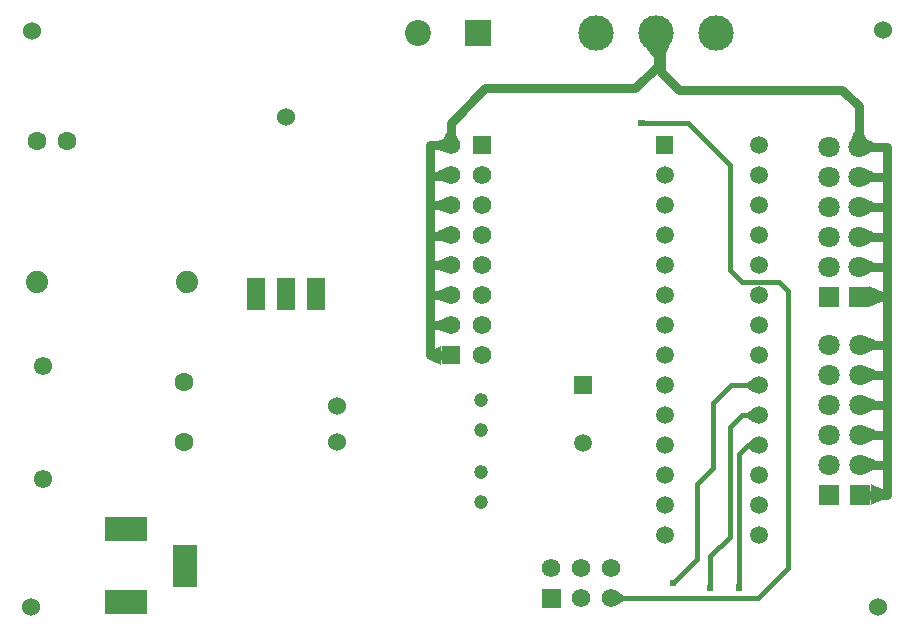
<source format=gbl>
G04 Layer: BottomLayer*
G04 EasyEDA v6.4.7, 2020-09-27T19:17:12+06:30*
G04 5f9934904fa34247908da0985e5d9101,0cefe5c53dde44a4b7081b089a27013d,10*
G04 Gerber Generator version 0.2*
G04 Scale: 100 percent, Rotated: No, Reflected: No *
G04 Dimensions in millimeters *
G04 leading zeros omitted , absolute positions ,3 integer and 3 decimal *
%FSLAX33Y33*%
%MOMM*%
G90*
D02*

%ADD10C,0.381000*%
%ADD13C,0.762000*%
%ADD15C,0.609600*%
%ADD17C,1.524000*%
%ADD18R,1.574800X1.574800*%
%ADD19C,1.574800*%
%ADD20C,1.799996*%
%ADD21R,1.799996X1.799996*%
%ADD22C,2.999994*%
%ADD23C,1.599997*%
%ADD24C,1.879600*%
%ADD25R,2.199996X2.199996*%
%ADD26C,2.199996*%
%ADD27R,3.657600X2.032000*%
%ADD28R,2.032000X3.657600*%
%ADD29R,1.516380X2.730500*%
%ADD30C,1.549400*%
%ADD31R,1.499997X1.499997*%
%ADD32C,1.499997*%
%ADD33C,1.193800*%

%LPD*%
G54D10*
G01X51308Y2921D02*
G01X63754Y2921D01*
G01X66294Y5461D01*
G01X66294Y28956D01*
G01X65532Y29718D01*
G01X62357Y29718D01*
G01X61341Y30734D01*
G01X61341Y39624D01*
G01X57785Y43180D01*
G01X53848Y43180D01*
G01X56515Y4191D02*
G01X58547Y6223D01*
G01X58547Y12573D01*
G01X59944Y13970D01*
G01X59944Y19431D01*
G01X61468Y20955D01*
G01X63816Y20955D01*
G01X62103Y3810D02*
G01X62103Y15113D01*
G01X62865Y15875D01*
G01X63816Y15875D01*
G01X59690Y3810D02*
G01X59690Y6477D01*
G01X61341Y8128D01*
G01X61341Y17399D01*
G01X62357Y18415D01*
G01X63816Y18415D01*
G54D13*
G01X72390Y14224D02*
G01X74676Y14224D01*
G01X74676Y14151D01*
G01X72390Y16764D02*
G01X74676Y16764D01*
G01X74676Y16579D01*
G01X72390Y19304D02*
G01X74676Y19304D01*
G01X74676Y19260D01*
G01X72390Y21844D02*
G01X74676Y21844D01*
G01X74676Y21870D01*
G01X72390Y24384D02*
G01X74676Y24378D01*
G01X72263Y28448D02*
G01X74676Y28448D01*
G01X74676Y28392D01*
G01X72263Y30988D02*
G01X74676Y30988D01*
G01X74676Y31084D01*
G01X72263Y33528D02*
G01X74676Y33528D01*
G01X74676Y33451D01*
G01X72263Y36068D02*
G01X74676Y36093D01*
G01X72263Y38608D02*
G01X74676Y38615D01*
G01X72263Y41148D02*
G01X74676Y41148D01*
G01X74676Y11684D01*
G01X72390Y11684D01*
G01X37719Y26035D02*
G01X35941Y26035D01*
G01X35941Y25901D01*
G01X37719Y28575D02*
G01X35941Y28575D01*
G01X35941Y28644D01*
G01X37719Y31115D02*
G01X35941Y31115D01*
G01X35941Y31158D01*
G01X37719Y33655D02*
G01X35941Y33634D01*
G01X37719Y36195D02*
G01X35941Y36195D01*
G01X35941Y36260D01*
G01X37719Y38735D02*
G01X35941Y38714D01*
G01X37719Y41275D02*
G01X35941Y41275D01*
G01X35941Y23495D01*
G01X37719Y23495D01*
G01X37719Y41275D02*
G01X37719Y43180D01*
G01X40640Y46101D01*
G01X53340Y46101D01*
G01X55245Y48006D01*
G01X55245Y50673D01*
G01X55118Y50800D01*
G01X72263Y41148D02*
G01X72263Y44577D01*
G01X70866Y45974D01*
G01X57023Y45974D01*
G01X55499Y47498D01*
G01X55499Y50419D01*
G01X55118Y50800D01*

%LPD*%
G36*
G01X37198Y25444D02*
G01X37198Y26625D01*
G01X36647Y26416D01*
G01X36647Y25654D01*
G01X37198Y25444D01*
G37*

%LPD*%
G36*
G01X37198Y27984D02*
G01X37198Y29165D01*
G01X36647Y28956D01*
G01X36647Y28194D01*
G01X37198Y27984D01*
G37*

%LPD*%
G36*
G01X37198Y30524D02*
G01X37198Y31705D01*
G01X36647Y31496D01*
G01X36647Y30734D01*
G01X37198Y30524D01*
G37*

%LPD*%
G36*
G01X37204Y33058D02*
G01X37191Y34239D01*
G01X36642Y34023D01*
G01X36651Y33261D01*
G01X37204Y33058D01*
G37*

%LPD*%
G36*
G01X37198Y35604D02*
G01X37198Y36785D01*
G01X36647Y36576D01*
G01X36647Y35814D01*
G01X37198Y35604D01*
G37*

%LPD*%
G36*
G01X37204Y38138D02*
G01X37191Y39319D01*
G01X36642Y39103D01*
G01X36651Y38341D01*
G01X37204Y38138D01*
G37*

%LPD*%
G36*
G01X37198Y40684D02*
G01X37198Y41865D01*
G01X36647Y41656D01*
G01X36647Y40894D01*
G01X37198Y40684D01*
G37*

%LPD*%
G36*
G01X38100Y42346D02*
G01X37338Y42346D01*
G01X37128Y41795D01*
G01X38309Y41795D01*
G01X38100Y42346D01*
G37*

%LPD*%
G36*
G01X73616Y24762D02*
G01X72986Y25057D01*
G01X72983Y23707D01*
G01X73614Y24000D01*
G01X73616Y24762D01*
G37*

%LPD*%
G36*
G01X73615Y22225D02*
G01X72985Y22518D01*
G01X72985Y21169D01*
G01X73615Y21463D01*
G01X73615Y22225D01*
G37*

%LPD*%
G36*
G01X73615Y19685D02*
G01X72985Y19978D01*
G01X72985Y18629D01*
G01X73615Y18923D01*
G01X73615Y19685D01*
G37*

%LPD*%
G36*
G01X73615Y17145D02*
G01X72985Y17438D01*
G01X72985Y16089D01*
G01X73615Y16383D01*
G01X73615Y17145D01*
G37*

%LPD*%
G36*
G01X73615Y14605D02*
G01X72985Y14898D01*
G01X72985Y13549D01*
G01X73615Y13843D01*
G01X73615Y14605D01*
G37*

%LPD*%
G36*
G01X73488Y41529D02*
G01X72858Y41822D01*
G01X72858Y40473D01*
G01X73488Y40767D01*
G01X73488Y41529D01*
G37*

%LPD*%
G36*
G01X72644Y42373D02*
G01X71882Y42373D01*
G01X71588Y41743D01*
G01X72937Y41743D01*
G01X72644Y42373D01*
G37*

%LPD*%
G36*
G01X73487Y38992D02*
G01X72856Y39284D01*
G01X72860Y37934D01*
G01X73489Y38230D01*
G01X73487Y38992D01*
G37*

%LPD*%
G36*
G01X73484Y36461D02*
G01X72851Y36749D01*
G01X72865Y35399D01*
G01X73492Y35699D01*
G01X73484Y36461D01*
G37*

%LPD*%
G36*
G01X73488Y33909D02*
G01X72858Y34202D01*
G01X72858Y32853D01*
G01X73488Y33147D01*
G01X73488Y33909D01*
G37*

%LPD*%
G36*
G01X73488Y31369D02*
G01X72858Y31662D01*
G01X72858Y30313D01*
G01X73488Y30607D01*
G01X73488Y31369D01*
G37*

%LPD*%
G36*
G01X55626Y48785D02*
G01X56302Y49879D01*
G01X54056Y49739D01*
G01X54864Y48738D01*
G01X55626Y48785D01*
G37*

%LPD*%
G36*
G01X55880Y48866D02*
G01X56408Y50035D01*
G01X54197Y49615D01*
G01X55118Y48721D01*
G01X55880Y48866D01*
G37*

%LPD*%
G36*
G01X63320Y20392D02*
G01X63320Y21517D01*
G01X62795Y21145D01*
G01X62795Y20764D01*
G01X63320Y20392D01*
G37*

%LPD*%
G36*
G01X63320Y17852D02*
G01X63320Y18977D01*
G01X62795Y18605D01*
G01X62795Y18224D01*
G01X63320Y17852D01*
G37*

%LPD*%
G36*
G01X63320Y15312D02*
G01X63320Y16437D01*
G01X62865Y16065D01*
G01X62865Y15684D01*
G01X63320Y15312D01*
G37*

%LPD*%
G36*
G01X52379Y3111D02*
G01X51828Y3511D01*
G01X51828Y2330D01*
G01X52379Y2730D01*
G01X52379Y3111D01*
G37*

%LPD*%
G36*
G01X54262Y43370D02*
G01X54049Y43408D01*
G01X54049Y42951D01*
G01X54262Y42989D01*
G01X54262Y43370D01*
G37*

%LPD*%
G36*
G01X56943Y4349D02*
G01X56673Y4619D01*
G01X56495Y4495D01*
G01X56819Y4171D01*
G01X56943Y4349D01*
G37*

%LPD*%
G36*
G01X62293Y4224D02*
G01X61912Y4224D01*
G01X61874Y4011D01*
G01X62331Y4011D01*
G01X62293Y4224D01*
G37*

%LPD*%
G36*
G01X59880Y4224D02*
G01X59499Y4224D01*
G01X59461Y4011D01*
G01X59918Y4011D01*
G01X59880Y4224D01*
G37*

%LPD*%
G36*
G01X36931Y22707D02*
G01X36931Y24282D01*
G01X35941Y23876D01*
G01X35941Y23114D01*
G01X36931Y22707D01*
G37*

%LPD*%
G36*
G01X74433Y12065D02*
G01X73290Y12583D01*
G01X73290Y10784D01*
G01X74433Y11303D01*
G01X74433Y12065D01*
G37*

%LPD*%
G36*
G01X74306Y28829D02*
G01X73163Y29347D01*
G01X73163Y27548D01*
G01X74306Y28067D01*
G01X74306Y28829D01*
G37*
G54D17*
G01X2286Y50927D03*
G01X74295Y51054D03*
G01X2159Y2159D03*
G01X73914Y2159D03*
G01X23749Y43688D03*
G54D18*
G01X37719Y23495D03*
G54D19*
G01X37719Y26035D03*
G01X37719Y28575D03*
G01X37719Y31115D03*
G01X37719Y33655D03*
G01X37719Y36195D03*
G01X37719Y38735D03*
G01X37719Y41275D03*
G54D20*
G01X72390Y24384D03*
G01X72390Y21844D03*
G01X72390Y19304D03*
G01X72390Y16764D03*
G01X72390Y14224D03*
G54D21*
G01X72390Y11684D03*
G54D20*
G01X72263Y41148D03*
G01X72263Y38608D03*
G01X72263Y36068D03*
G01X72263Y33528D03*
G01X72263Y30988D03*
G54D21*
G01X72263Y28448D03*
G54D22*
G01X60198Y50800D03*
G01X55118Y50800D03*
G01X50038Y50800D03*
G54D23*
G01X2667Y41656D03*
G01X5207Y41656D03*
G54D18*
G01X40386Y41275D03*
G54D19*
G01X40386Y38735D03*
G01X40386Y36195D03*
G01X40386Y33655D03*
G01X40386Y31115D03*
G01X40386Y28575D03*
G01X40386Y26035D03*
G01X40386Y23495D03*
G54D24*
G01X15367Y29718D03*
G01X2667Y29718D03*
G54D25*
G01X40005Y50800D03*
G54D26*
G01X34925Y50800D03*
G54D27*
G01X10223Y2603D03*
G01X10223Y8826D03*
G54D28*
G01X15176Y5651D03*
G54D20*
G01X69723Y24384D03*
G01X69723Y21844D03*
G01X69723Y19304D03*
G01X69723Y16764D03*
G01X69723Y14224D03*
G54D21*
G01X69723Y11684D03*
G54D29*
G01X21209Y28702D03*
G01X23749Y28702D03*
G01X26289Y28702D03*
G54D30*
G01X3225Y22580D03*
G01X3225Y13030D03*
G36*
G01X55066Y42025D02*
G01X56567Y42025D01*
G01X56567Y40524D01*
G01X55066Y40524D01*
G01X55066Y42025D01*
G37*
G54D32*
G01X55817Y38735D03*
G01X55817Y36195D03*
G01X55817Y33655D03*
G01X55817Y31115D03*
G01X55817Y28575D03*
G01X55817Y26035D03*
G01X55817Y23495D03*
G01X55817Y20955D03*
G01X55817Y18415D03*
G01X55817Y15875D03*
G01X55817Y13335D03*
G01X55817Y10795D03*
G01X55817Y8255D03*
G01X63816Y41275D03*
G01X63816Y38735D03*
G01X63816Y36195D03*
G01X63816Y33655D03*
G01X63816Y31115D03*
G01X63816Y28575D03*
G01X63816Y26035D03*
G01X63816Y23495D03*
G01X63816Y20955D03*
G01X63816Y18415D03*
G01X63816Y15875D03*
G01X63816Y13335D03*
G01X63816Y10795D03*
G01X63816Y8255D03*
G54D20*
G01X69723Y41148D03*
G01X69723Y38608D03*
G01X69723Y36068D03*
G01X69723Y33528D03*
G01X69723Y30988D03*
G54D21*
G01X69723Y28448D03*
G54D23*
G01X15113Y16129D03*
G01X15113Y21209D03*
G54D17*
G01X28067Y19177D03*
G01X28067Y16129D03*
G54D31*
G01X48895Y20980D03*
G54D32*
G01X48895Y16103D03*
G54D33*
G01X40259Y17145D03*
G01X40259Y19685D03*
G01X40259Y13589D03*
G01X40259Y11049D03*
G54D19*
G01X51308Y5461D03*
G01X51308Y2921D03*
G01X48768Y5461D03*
G01X48768Y2921D03*
G01X46228Y5461D03*
G36*
G01X45440Y3708D02*
G01X47015Y3708D01*
G01X47015Y2133D01*
G01X45440Y2133D01*
G01X45440Y3708D01*
G37*
G54D15*
G01X53848Y43180D03*
G01X56515Y4191D03*
G01X62103Y3810D03*
G01X59690Y3810D03*
M00*
M02*

</source>
